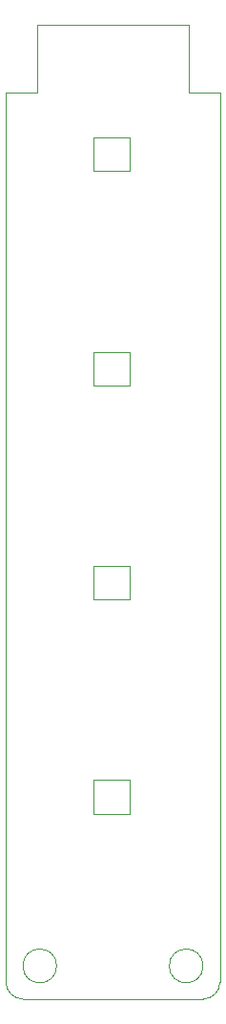
<source format=gm1>
G04 #@! TF.GenerationSoftware,KiCad,Pcbnew,7.0.8*
G04 #@! TF.CreationDate,2023-10-16T23:50:01-07:00*
G04 #@! TF.ProjectId,Seismos_4-Key,53656973-6d6f-4735-9f34-2d4b65792e6b,rev?*
G04 #@! TF.SameCoordinates,Original*
G04 #@! TF.FileFunction,Profile,NP*
%FSLAX46Y46*%
G04 Gerber Fmt 4.6, Leading zero omitted, Abs format (unit mm)*
G04 Created by KiCad (PCBNEW 7.0.8) date 2023-10-16 23:50:01*
%MOMM*%
%LPD*%
G01*
G04 APERTURE LIST*
G04 #@! TA.AperFunction,Profile*
%ADD10C,0.100000*%
G04 #@! TD*
G04 #@! TA.AperFunction,Profile*
%ADD11C,0.120000*%
G04 #@! TD*
G04 APERTURE END LIST*
D10*
X37500000Y-109939340D02*
X37500000Y-31000000D01*
X55000000Y-111439340D02*
X39000000Y-111439340D01*
X37499960Y-109939340D02*
G75*
G03*
X39000000Y-111439340I1500040J40D01*
G01*
X40300000Y-25000000D02*
X40300000Y-31000000D01*
X37500000Y-31000000D02*
X40300000Y-31000000D01*
X55000000Y-108500000D02*
G75*
G03*
X55000000Y-108500000I-1500000J0D01*
G01*
X56500000Y-31000000D02*
X53700000Y-31000000D01*
X55000000Y-111439300D02*
G75*
G03*
X56500000Y-109939340I0J1500000D01*
G01*
X56500000Y-31000000D02*
X56500000Y-109939340D01*
X53700000Y-31000000D02*
X53700000Y-25000000D01*
X42000000Y-108500000D02*
G75*
G03*
X42000000Y-108500000I-1500000J0D01*
G01*
X40300000Y-25000000D02*
X53700000Y-25000000D01*
D11*
X45238000Y-54008600D02*
X48478000Y-54008600D01*
X48478000Y-54008600D02*
X48478000Y-56995400D01*
X48478000Y-56995400D02*
X45238000Y-56995400D01*
X45238000Y-56995400D02*
X45238000Y-54008600D01*
X45238000Y-35008600D02*
X48478000Y-35008600D01*
X48478000Y-35008600D02*
X48478000Y-37995400D01*
X48478000Y-37995400D02*
X45238000Y-37995400D01*
X45238000Y-37995400D02*
X45238000Y-35008600D01*
X45238000Y-73008600D02*
X48478000Y-73008600D01*
X48478000Y-73008600D02*
X48478000Y-75995400D01*
X48478000Y-75995400D02*
X45238000Y-75995400D01*
X45238000Y-75995400D02*
X45238000Y-73008600D01*
X45238000Y-92008600D02*
X48478000Y-92008600D01*
X48478000Y-92008600D02*
X48478000Y-94995400D01*
X48478000Y-94995400D02*
X45238000Y-94995400D01*
X45238000Y-94995400D02*
X45238000Y-92008600D01*
M02*

</source>
